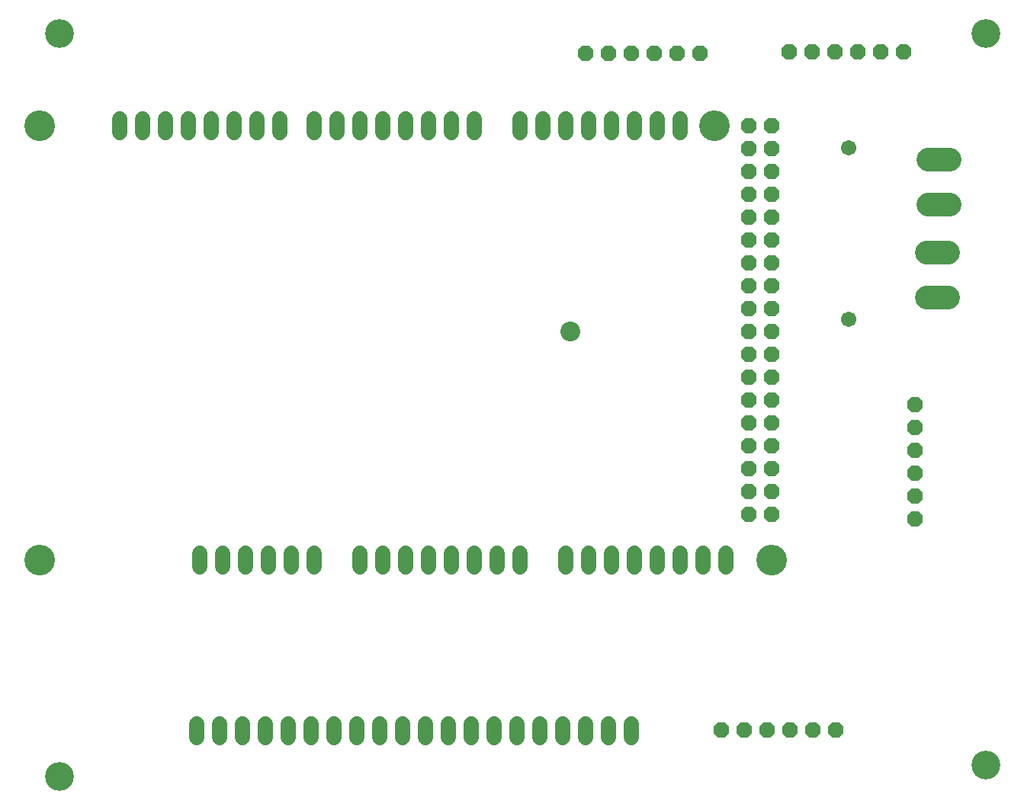
<source format=gts>
G75*
%MOIN*%
%OFA0B0*%
%FSLAX25Y25*%
%IPPOS*%
%LPD*%
%AMOC8*
5,1,8,0,0,1.08239X$1,22.5*
%
%ADD10C,0.12611*%
%ADD11OC8,0.06800*%
%ADD12C,0.10170*%
%ADD13C,0.06800*%
%ADD14C,0.13398*%
%ADD15C,0.08674*%
%ADD16C,0.06706*%
D10*
X0073543Y0021300D03*
X0478543Y0026300D03*
X0478543Y0346300D03*
X0073543Y0346300D03*
D11*
X0303622Y0337678D03*
X0313622Y0337678D03*
X0323622Y0337678D03*
X0333622Y0337678D03*
X0343622Y0337678D03*
X0353622Y0337678D03*
X0375000Y0305906D03*
X0385000Y0305906D03*
X0385000Y0295906D03*
X0375000Y0295906D03*
X0375000Y0285906D03*
X0385000Y0285906D03*
X0385000Y0275906D03*
X0375000Y0275906D03*
X0375000Y0265906D03*
X0385000Y0265906D03*
X0385000Y0255906D03*
X0375000Y0255906D03*
X0375000Y0245906D03*
X0385000Y0245906D03*
X0385000Y0235906D03*
X0375000Y0235906D03*
X0375000Y0225906D03*
X0385000Y0225906D03*
X0385000Y0215906D03*
X0375000Y0215906D03*
X0375000Y0205906D03*
X0385000Y0205906D03*
X0385000Y0195906D03*
X0375000Y0195906D03*
X0375000Y0185906D03*
X0385000Y0185906D03*
X0385000Y0175906D03*
X0375000Y0175906D03*
X0375000Y0165906D03*
X0385000Y0165906D03*
X0385000Y0155906D03*
X0375000Y0155906D03*
X0375000Y0145906D03*
X0385000Y0145906D03*
X0385000Y0135906D03*
X0375000Y0135906D03*
X0447756Y0133859D03*
X0447756Y0143859D03*
X0447756Y0153859D03*
X0447756Y0163859D03*
X0447756Y0173859D03*
X0447756Y0183859D03*
X0413031Y0041497D03*
X0403031Y0041497D03*
X0393031Y0041497D03*
X0383031Y0041497D03*
X0373031Y0041497D03*
X0363031Y0041497D03*
X0392756Y0338190D03*
X0402756Y0338190D03*
X0412756Y0338190D03*
X0422756Y0338190D03*
X0432756Y0338190D03*
X0442756Y0338190D03*
D12*
X0453425Y0291261D02*
X0462795Y0291261D01*
X0462795Y0271576D02*
X0453425Y0271576D01*
X0452598Y0250709D02*
X0461969Y0250709D01*
X0461969Y0231024D02*
X0452598Y0231024D01*
D13*
X0345000Y0302906D02*
X0345000Y0308906D01*
X0335000Y0308906D02*
X0335000Y0302906D01*
X0325000Y0302906D02*
X0325000Y0308906D01*
X0315000Y0308906D02*
X0315000Y0302906D01*
X0305000Y0302906D02*
X0305000Y0308906D01*
X0295000Y0308906D02*
X0295000Y0302906D01*
X0285000Y0302906D02*
X0285000Y0308906D01*
X0275000Y0308906D02*
X0275000Y0302906D01*
X0255000Y0302906D02*
X0255000Y0308906D01*
X0245000Y0308906D02*
X0245000Y0302906D01*
X0235000Y0302906D02*
X0235000Y0308906D01*
X0225000Y0308906D02*
X0225000Y0302906D01*
X0215000Y0302906D02*
X0215000Y0308906D01*
X0205000Y0308906D02*
X0205000Y0302906D01*
X0195000Y0302906D02*
X0195000Y0308906D01*
X0185000Y0308906D02*
X0185000Y0302906D01*
X0170000Y0302906D02*
X0170000Y0308906D01*
X0160000Y0308906D02*
X0160000Y0302906D01*
X0150000Y0302906D02*
X0150000Y0308906D01*
X0140000Y0308906D02*
X0140000Y0302906D01*
X0130000Y0302906D02*
X0130000Y0308906D01*
X0120000Y0308906D02*
X0120000Y0302906D01*
X0110000Y0302906D02*
X0110000Y0308906D01*
X0100000Y0308906D02*
X0100000Y0302906D01*
X0135000Y0118906D02*
X0135000Y0112906D01*
X0145000Y0112906D02*
X0145000Y0118906D01*
X0155000Y0118906D02*
X0155000Y0112906D01*
X0165000Y0112906D02*
X0165000Y0118906D01*
X0175000Y0118906D02*
X0175000Y0112906D01*
X0185000Y0112906D02*
X0185000Y0118906D01*
X0205000Y0118906D02*
X0205000Y0112906D01*
X0215000Y0112906D02*
X0215000Y0118906D01*
X0225000Y0118906D02*
X0225000Y0112906D01*
X0235000Y0112906D02*
X0235000Y0118906D01*
X0245000Y0118906D02*
X0245000Y0112906D01*
X0255000Y0112906D02*
X0255000Y0118906D01*
X0265000Y0118906D02*
X0265000Y0112906D01*
X0275000Y0112906D02*
X0275000Y0118906D01*
X0295000Y0118906D02*
X0295000Y0112906D01*
X0305000Y0112906D02*
X0305000Y0118906D01*
X0315000Y0118906D02*
X0315000Y0112906D01*
X0325000Y0112906D02*
X0325000Y0118906D01*
X0335000Y0118906D02*
X0335000Y0112906D01*
X0345000Y0112906D02*
X0345000Y0118906D01*
X0355000Y0118906D02*
X0355000Y0112906D01*
X0365000Y0112906D02*
X0365000Y0118906D01*
X0323543Y0044300D02*
X0323543Y0038300D01*
X0313543Y0038300D02*
X0313543Y0044300D01*
X0303543Y0044300D02*
X0303543Y0038300D01*
X0293543Y0038300D02*
X0293543Y0044300D01*
X0283543Y0044300D02*
X0283543Y0038300D01*
X0273543Y0038300D02*
X0273543Y0044300D01*
X0263543Y0044300D02*
X0263543Y0038300D01*
X0253543Y0038300D02*
X0253543Y0044300D01*
X0243543Y0044300D02*
X0243543Y0038300D01*
X0233543Y0038300D02*
X0233543Y0044300D01*
X0223543Y0044300D02*
X0223543Y0038300D01*
X0213543Y0038300D02*
X0213543Y0044300D01*
X0203543Y0044300D02*
X0203543Y0038300D01*
X0193543Y0038300D02*
X0193543Y0044300D01*
X0183543Y0044300D02*
X0183543Y0038300D01*
X0173543Y0038300D02*
X0173543Y0044300D01*
X0163543Y0044300D02*
X0163543Y0038300D01*
X0153543Y0038300D02*
X0153543Y0044300D01*
X0143543Y0044300D02*
X0143543Y0038300D01*
X0133543Y0038300D02*
X0133543Y0044300D01*
D14*
X0065000Y0115906D03*
X0065000Y0305906D03*
X0360000Y0305906D03*
X0385000Y0115906D03*
D15*
X0297000Y0215906D03*
D16*
X0418543Y0221300D03*
X0418543Y0296300D03*
M02*

</source>
